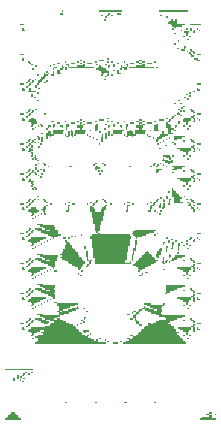
<source format=gto>
%MOIN*%
%OFA0B0*%
%FSLAX44Y44*%
%IPPOS*%
%LPD*%
%ADD10R,0.0024827599298879567X0.0049824563427053109*%
D10*
X00051308Y-00047525D02*
X00051805Y-00047525D01*
X00057813Y-00047525D02*
X00058310Y-00047525D01*
X00051357Y-00047475D02*
X00051755Y-00047475D01*
X00057862Y-00047475D02*
X00058161Y-00047475D01*
X00051407Y-00047425D02*
X00051705Y-00047425D01*
X00058160Y-00047425D02*
X00058111Y-00047425D01*
X00051457Y-00047375D02*
X00051656Y-00047375D01*
X00058061Y-00047375D02*
X00058012Y-00047375D01*
X00058309Y-00047375D02*
X00058310Y-00047375D01*
X00051506Y-00047325D02*
X00051606Y-00047325D01*
X00058160Y-00047325D02*
X00058111Y-00047325D01*
X00051556Y-00047276D02*
X00051556Y-00047276D01*
X00053294Y-00046977D02*
X00053344Y-00046977D01*
X00054287Y-00046977D02*
X00054337Y-00046977D01*
X00055280Y-00046977D02*
X00055330Y-00046977D01*
X00056273Y-00046977D02*
X00056323Y-00046977D01*
X00051904Y-00046279D02*
X00051854Y-00046279D01*
X00051606Y-00046229D02*
X00051556Y-00046229D01*
X00051804Y-00046229D02*
X00051805Y-00046229D01*
X00051606Y-00046179D02*
X00051556Y-00046179D01*
X00051755Y-00046179D02*
X00051705Y-00046179D01*
X00051953Y-00046179D02*
X00051904Y-00046179D01*
X00051755Y-00046130D02*
X00051705Y-00046130D01*
X00051854Y-00046130D02*
X00051805Y-00046130D01*
X00051755Y-00046080D02*
X00051705Y-00046080D01*
X00051904Y-00046080D02*
X00051854Y-00046080D01*
X00051904Y-00046030D02*
X00051954Y-00046030D01*
X00052102Y-00046030D02*
X00052053Y-00046030D01*
X00052003Y-00045980D02*
X00051954Y-00045980D01*
X00052202Y-00045980D02*
X00052152Y-00045980D01*
X00051308Y-00045881D02*
X00052202Y-00045881D01*
X00052301Y-00044984D02*
X00054635Y-00044984D01*
X00054883Y-00044984D02*
X00055032Y-00044984D01*
X00055230Y-00044984D02*
X00057316Y-00044984D01*
X00052350Y-00044934D02*
X00054387Y-00044934D01*
X00054734Y-00044934D02*
X00054685Y-00044934D01*
X00055181Y-00044934D02*
X00055132Y-00044934D01*
X00055330Y-00044934D02*
X00057267Y-00044934D01*
X00052400Y-00044884D02*
X00054238Y-00044884D01*
X00054386Y-00044884D02*
X00054337Y-00044884D01*
X00054635Y-00044884D02*
X00054635Y-00044884D01*
X00055429Y-00044884D02*
X00057217Y-00044884D01*
X00052251Y-00044834D02*
X00052202Y-00044834D01*
X00052400Y-00044834D02*
X00054138Y-00044834D01*
X00054486Y-00044834D02*
X00054436Y-00044834D01*
X00055429Y-00044834D02*
X00055380Y-00044834D01*
X00055528Y-00044834D02*
X00057167Y-00044834D01*
X00057415Y-00044834D02*
X00057366Y-00044834D01*
X00052301Y-00044784D02*
X00054039Y-00044784D01*
X00054188Y-00044784D02*
X00054188Y-00044784D01*
X00055578Y-00044784D02*
X00057118Y-00044784D01*
X00057316Y-00044784D02*
X00057316Y-00044784D01*
X00052202Y-00044735D02*
X00052152Y-00044735D01*
X00052400Y-00044735D02*
X00053940Y-00044735D01*
X00054088Y-00044735D02*
X00054039Y-00044735D01*
X00055479Y-00044735D02*
X00055529Y-00044735D01*
X00055677Y-00044735D02*
X00057068Y-00044735D01*
X00057266Y-00044735D02*
X00057217Y-00044735D01*
X00057465Y-00044735D02*
X00057416Y-00044735D01*
X00052202Y-00044685D02*
X00052252Y-00044685D01*
X00052549Y-00044685D02*
X00053841Y-00044685D01*
X00054138Y-00044685D02*
X00054138Y-00044685D01*
X00055727Y-00044685D02*
X00057018Y-00044685D01*
X00057366Y-00044685D02*
X00057316Y-00044685D01*
X00052152Y-00044635D02*
X00052351Y-00044635D01*
X00052499Y-00044635D02*
X00053791Y-00044635D01*
X00053939Y-00044635D02*
X00053990Y-00044635D01*
X00055777Y-00044635D02*
X00057068Y-00044635D01*
X00057316Y-00044635D02*
X00057366Y-00044635D01*
X00052053Y-00044585D02*
X00052450Y-00044585D01*
X00052599Y-00044585D02*
X00053741Y-00044585D01*
X00053890Y-00044585D02*
X00054089Y-00044585D01*
X00055826Y-00044585D02*
X00056969Y-00044585D01*
X00057217Y-00044585D02*
X00057416Y-00044585D01*
X00057614Y-00044585D02*
X00057565Y-00044585D01*
X00051854Y-00044535D02*
X00051954Y-00044535D01*
X00052102Y-00044535D02*
X00053692Y-00044535D01*
X00055876Y-00044535D02*
X00056969Y-00044535D01*
X00057117Y-00044535D02*
X00057465Y-00044535D01*
X00057614Y-00044535D02*
X00057565Y-00044535D01*
X00057713Y-00044535D02*
X00057763Y-00044535D01*
X00051904Y-00044485D02*
X00051854Y-00044485D01*
X00052152Y-00044485D02*
X00053642Y-00044485D01*
X00055926Y-00044485D02*
X00056919Y-00044485D01*
X00057068Y-00044485D02*
X00057465Y-00044485D01*
X00057614Y-00044485D02*
X00057565Y-00044485D01*
X00057713Y-00044485D02*
X00057714Y-00044485D01*
X00052003Y-00044436D02*
X00052053Y-00044436D01*
X00052648Y-00044436D02*
X00053592Y-00044436D01*
X00055975Y-00044436D02*
X00056919Y-00044436D01*
X00057515Y-00044436D02*
X00057565Y-00044436D01*
X00052102Y-00044386D02*
X00052053Y-00044386D01*
X00052797Y-00044386D02*
X00053543Y-00044386D01*
X00053691Y-00044386D02*
X00053692Y-00044386D01*
X00055826Y-00044386D02*
X00055777Y-00044386D01*
X00056075Y-00044386D02*
X00056820Y-00044386D01*
X00057614Y-00044386D02*
X00057565Y-00044386D01*
X00051804Y-00044336D02*
X00051904Y-00044336D01*
X00052152Y-00044336D02*
X00052103Y-00044336D01*
X00052599Y-00044336D02*
X00052698Y-00044336D01*
X00052847Y-00044336D02*
X00053394Y-00044336D01*
X00053840Y-00044336D02*
X00053791Y-00044336D01*
X00055727Y-00044336D02*
X00055678Y-00044336D01*
X00056124Y-00044336D02*
X00056075Y-00044336D01*
X00056224Y-00044336D02*
X00056721Y-00044336D01*
X00057713Y-00044336D02*
X00057813Y-00044336D01*
X00052053Y-00044286D02*
X00052003Y-00044286D01*
X00052202Y-00044286D02*
X00052152Y-00044286D01*
X00052499Y-00044286D02*
X00052748Y-00044286D01*
X00052946Y-00044286D02*
X00053294Y-00044286D01*
X00053939Y-00044286D02*
X00053890Y-00044286D01*
X00055727Y-00044286D02*
X00055678Y-00044286D01*
X00056323Y-00044286D02*
X00056770Y-00044286D01*
X00057614Y-00044286D02*
X00057565Y-00044286D01*
X00052102Y-00044236D02*
X00052053Y-00044236D01*
X00052251Y-00044236D02*
X00052202Y-00044236D01*
X00052400Y-00044236D02*
X00052649Y-00044236D01*
X00052797Y-00044236D02*
X00053195Y-00044236D01*
X00053890Y-00044236D02*
X00053841Y-00044236D01*
X00055628Y-00044236D02*
X00055678Y-00044236D01*
X00056422Y-00044236D02*
X00056919Y-00044236D01*
X00057266Y-00044236D02*
X00057217Y-00044236D01*
X00057564Y-00044236D02*
X00057515Y-00044236D01*
X00052152Y-00044187D02*
X00052103Y-00044187D01*
X00052301Y-00044187D02*
X00052500Y-00044187D01*
X00052648Y-00044187D02*
X00052897Y-00044187D01*
X00053046Y-00044187D02*
X00053096Y-00044187D01*
X00053939Y-00044187D02*
X00053940Y-00044187D01*
X00055528Y-00044187D02*
X00055479Y-00044187D01*
X00055628Y-00044187D02*
X00055628Y-00044187D01*
X00056522Y-00044187D02*
X00056522Y-00044187D01*
X00056670Y-00044187D02*
X00057018Y-00044187D01*
X00057316Y-00044187D02*
X00057316Y-00044187D01*
X00057515Y-00044187D02*
X00057465Y-00044187D01*
X00052350Y-00044137D02*
X00052351Y-00044137D01*
X00052549Y-00044137D02*
X00052996Y-00044137D01*
X00053989Y-00044137D02*
X00053940Y-00044137D01*
X00055628Y-00044137D02*
X00055578Y-00044137D01*
X00056621Y-00044137D02*
X00057167Y-00044137D01*
X00052450Y-00044087D02*
X00053096Y-00044087D01*
X00055628Y-00044087D02*
X00055578Y-00044087D01*
X00056422Y-00044087D02*
X00057267Y-00044087D01*
X00052350Y-00044037D02*
X00052549Y-00044037D01*
X00053095Y-00044037D02*
X00053245Y-00044037D01*
X00055429Y-00044037D02*
X00055380Y-00044037D01*
X00055677Y-00044037D02*
X00055628Y-00044037D01*
X00056323Y-00044037D02*
X00056522Y-00044037D01*
X00053095Y-00043987D02*
X00053394Y-00043987D01*
X00054088Y-00043987D02*
X00054089Y-00043987D01*
X00055528Y-00043987D02*
X00055529Y-00043987D01*
X00055727Y-00043987D02*
X00055678Y-00043987D01*
X00056174Y-00043987D02*
X00056472Y-00043987D01*
X00053095Y-00043937D02*
X00053046Y-00043937D01*
X00053195Y-00043937D02*
X00053493Y-00043937D01*
X00054039Y-00043937D02*
X00053990Y-00043937D01*
X00055628Y-00043937D02*
X00055578Y-00043937D01*
X00055777Y-00043937D02*
X00055727Y-00043937D01*
X00056075Y-00043937D02*
X00056522Y-00043937D01*
X00053095Y-00043888D02*
X00053195Y-00043888D01*
X00053393Y-00043888D02*
X00053642Y-00043888D01*
X00055826Y-00043888D02*
X00055777Y-00043888D01*
X00055975Y-00043888D02*
X00056224Y-00043888D01*
X00056373Y-00043888D02*
X00056522Y-00043888D01*
X00052251Y-00043838D02*
X00052202Y-00043838D01*
X00053095Y-00043838D02*
X00053344Y-00043838D01*
X00053542Y-00043838D02*
X00053741Y-00043838D01*
X00053939Y-00043838D02*
X00053890Y-00043838D01*
X00055876Y-00043838D02*
X00056075Y-00043838D01*
X00056224Y-00043838D02*
X00056472Y-00043838D01*
X00057415Y-00043838D02*
X00057366Y-00043838D01*
X00052301Y-00043788D02*
X00052301Y-00043788D01*
X00053095Y-00043788D02*
X00053443Y-00043788D01*
X00053691Y-00043788D02*
X00053692Y-00043788D01*
X00055926Y-00043788D02*
X00055926Y-00043788D01*
X00056124Y-00043788D02*
X00056522Y-00043788D01*
X00057316Y-00043788D02*
X00057316Y-00043788D01*
X00052202Y-00043738D02*
X00052152Y-00043738D01*
X00052400Y-00043738D02*
X00052401Y-00043738D01*
X00053046Y-00043738D02*
X00053592Y-00043738D01*
X00056025Y-00043738D02*
X00056572Y-00043738D01*
X00057266Y-00043738D02*
X00057217Y-00043738D01*
X00057465Y-00043738D02*
X00057416Y-00043738D01*
X00052202Y-00043688D02*
X00052252Y-00043688D01*
X00052499Y-00043688D02*
X00052500Y-00043688D01*
X00053046Y-00043688D02*
X00053692Y-00043688D01*
X00055926Y-00043688D02*
X00056125Y-00043688D01*
X00056621Y-00043688D02*
X00056572Y-00043688D01*
X00057366Y-00043688D02*
X00057316Y-00043688D01*
X00052152Y-00043638D02*
X00052351Y-00043638D01*
X00052599Y-00043638D02*
X00052599Y-00043638D01*
X00052996Y-00043638D02*
X00052947Y-00043638D01*
X00057316Y-00043638D02*
X00057366Y-00043638D01*
X00052053Y-00043589D02*
X00052450Y-00043589D01*
X00052698Y-00043589D02*
X00052698Y-00043589D01*
X00057217Y-00043589D02*
X00057416Y-00043589D01*
X00057614Y-00043589D02*
X00057565Y-00043589D01*
X00051854Y-00043539D02*
X00051954Y-00043539D01*
X00052102Y-00043539D02*
X00052549Y-00043539D01*
X00052797Y-00043539D02*
X00052798Y-00043539D01*
X00057117Y-00043539D02*
X00057465Y-00043539D01*
X00057614Y-00043539D02*
X00057565Y-00043539D01*
X00057713Y-00043539D02*
X00057763Y-00043539D01*
X00051904Y-00043489D02*
X00051854Y-00043489D01*
X00052152Y-00043489D02*
X00052649Y-00043489D01*
X00052897Y-00043489D02*
X00052947Y-00043489D01*
X00057018Y-00043489D02*
X00057465Y-00043489D01*
X00057614Y-00043489D02*
X00057565Y-00043489D01*
X00057713Y-00043489D02*
X00057714Y-00043489D01*
X00052003Y-00043439D02*
X00052053Y-00043439D01*
X00052847Y-00043439D02*
X00052947Y-00043439D01*
X00057515Y-00043439D02*
X00057565Y-00043439D01*
X00052102Y-00043389D02*
X00052053Y-00043389D01*
X00052748Y-00043389D02*
X00052947Y-00043389D01*
X00057614Y-00043389D02*
X00057565Y-00043389D01*
X00051804Y-00043339D02*
X00051904Y-00043339D01*
X00052152Y-00043339D02*
X00052103Y-00043339D01*
X00052599Y-00043339D02*
X00052897Y-00043339D01*
X00056670Y-00043339D02*
X00056621Y-00043339D01*
X00057713Y-00043339D02*
X00057813Y-00043339D01*
X00052053Y-00043290D02*
X00052003Y-00043290D01*
X00052202Y-00043290D02*
X00052152Y-00043290D01*
X00052499Y-00043290D02*
X00052947Y-00043290D01*
X00056670Y-00043290D02*
X00056770Y-00043290D01*
X00057614Y-00043290D02*
X00057565Y-00043290D01*
X00052102Y-00043240D02*
X00052053Y-00043240D01*
X00052251Y-00043240D02*
X00052202Y-00043240D01*
X00052400Y-00043240D02*
X00052649Y-00043240D01*
X00052797Y-00043240D02*
X00052947Y-00043240D01*
X00056670Y-00043240D02*
X00056919Y-00043240D01*
X00057266Y-00043240D02*
X00057217Y-00043240D01*
X00057564Y-00043240D02*
X00057515Y-00043240D01*
X00052152Y-00043190D02*
X00052103Y-00043190D01*
X00052301Y-00043190D02*
X00052500Y-00043190D01*
X00052648Y-00043190D02*
X00052897Y-00043190D01*
X00056670Y-00043190D02*
X00057018Y-00043190D01*
X00057316Y-00043190D02*
X00057316Y-00043190D01*
X00057515Y-00043190D02*
X00057465Y-00043190D01*
X00052350Y-00043140D02*
X00052351Y-00043140D01*
X00052549Y-00043140D02*
X00052947Y-00043140D01*
X00056670Y-00043140D02*
X00057167Y-00043140D01*
X00052450Y-00043090D02*
X00052947Y-00043090D01*
X00056670Y-00043090D02*
X00057267Y-00043090D01*
X00052350Y-00043041D02*
X00052549Y-00043041D01*
X00052251Y-00042841D02*
X00052202Y-00042841D01*
X00057415Y-00042841D02*
X00057366Y-00042841D01*
X00052301Y-00042791D02*
X00052301Y-00042791D01*
X00057316Y-00042791D02*
X00057316Y-00042791D01*
X00052202Y-00042742D02*
X00052152Y-00042742D01*
X00052400Y-00042742D02*
X00052401Y-00042742D01*
X00053840Y-00042742D02*
X00053791Y-00042742D01*
X00055826Y-00042742D02*
X00055777Y-00042742D01*
X00057266Y-00042742D02*
X00057217Y-00042742D01*
X00057465Y-00042742D02*
X00057416Y-00042742D01*
X00052202Y-00042692D02*
X00052252Y-00042692D01*
X00052499Y-00042692D02*
X00052500Y-00042692D01*
X00053741Y-00042692D02*
X00053741Y-00042692D01*
X00055876Y-00042692D02*
X00055876Y-00042692D01*
X00057366Y-00042692D02*
X00057316Y-00042692D01*
X00052152Y-00042642D02*
X00052351Y-00042642D01*
X00052599Y-00042642D02*
X00052599Y-00042642D01*
X00056025Y-00042642D02*
X00055976Y-00042642D01*
X00057316Y-00042642D02*
X00057366Y-00042642D01*
X00052053Y-00042592D02*
X00052450Y-00042592D01*
X00052698Y-00042592D02*
X00052698Y-00042592D01*
X00052996Y-00042592D02*
X00052947Y-00042592D01*
X00053890Y-00042592D02*
X00053841Y-00042592D01*
X00055777Y-00042592D02*
X00055727Y-00042592D01*
X00057217Y-00042592D02*
X00057416Y-00042592D01*
X00057614Y-00042592D02*
X00057565Y-00042592D01*
X00051854Y-00042542D02*
X00051954Y-00042542D01*
X00052102Y-00042542D02*
X00052549Y-00042542D01*
X00052797Y-00042542D02*
X00052798Y-00042542D01*
X00053790Y-00042542D02*
X00053741Y-00042542D01*
X00055777Y-00042542D02*
X00055827Y-00042542D01*
X00056621Y-00042542D02*
X00056572Y-00042542D01*
X00057117Y-00042542D02*
X00057465Y-00042542D01*
X00057614Y-00042542D02*
X00057614Y-00042542D01*
X00057763Y-00042542D02*
X00057763Y-00042542D01*
X00051904Y-00042492D02*
X00051854Y-00042492D01*
X00052152Y-00042492D02*
X00052649Y-00042492D01*
X00052897Y-00042492D02*
X00052897Y-00042492D01*
X00053741Y-00042492D02*
X00053791Y-00042492D01*
X00055727Y-00042492D02*
X00055926Y-00042492D01*
X00057018Y-00042492D02*
X00057465Y-00042492D01*
X00057614Y-00042492D02*
X00057565Y-00042492D01*
X00057713Y-00042492D02*
X00057714Y-00042492D01*
X00052003Y-00042443D02*
X00052053Y-00042443D01*
X00052847Y-00042443D02*
X00052947Y-00042443D01*
X00053642Y-00042443D02*
X00053841Y-00042443D01*
X00054039Y-00042443D02*
X00053990Y-00042443D01*
X00055677Y-00042443D02*
X00056025Y-00042443D01*
X00057515Y-00042443D02*
X00057565Y-00042443D01*
X00052102Y-00042393D02*
X00052053Y-00042393D01*
X00052748Y-00042393D02*
X00052947Y-00042393D01*
X00053542Y-00042393D02*
X00053890Y-00042393D01*
X00054088Y-00042393D02*
X00054039Y-00042393D01*
X00055578Y-00042393D02*
X00056125Y-00042393D01*
X00057614Y-00042393D02*
X00057565Y-00042393D01*
X00051804Y-00042343D02*
X00051904Y-00042343D01*
X00052152Y-00042343D02*
X00052103Y-00042343D01*
X00052599Y-00042343D02*
X00052947Y-00042343D01*
X00053443Y-00042343D02*
X00053940Y-00042343D01*
X00054088Y-00042343D02*
X00054138Y-00042343D01*
X00054287Y-00042343D02*
X00055479Y-00042343D01*
X00055628Y-00042343D02*
X00056224Y-00042343D01*
X00056621Y-00042343D02*
X00056572Y-00042343D01*
X00057713Y-00042343D02*
X00057813Y-00042343D01*
X00052053Y-00042293D02*
X00052003Y-00042293D01*
X00052202Y-00042293D02*
X00052152Y-00042293D01*
X00052499Y-00042293D02*
X00052947Y-00042293D01*
X00053393Y-00042293D02*
X00053940Y-00042293D01*
X00054088Y-00042293D02*
X00054138Y-00042293D01*
X00054287Y-00042293D02*
X00055281Y-00042293D01*
X00055479Y-00042293D02*
X00055479Y-00042293D01*
X00055677Y-00042293D02*
X00056323Y-00042293D01*
X00056571Y-00042293D02*
X00056522Y-00042293D01*
X00056670Y-00042293D02*
X00056621Y-00042293D01*
X00056770Y-00042293D02*
X00056770Y-00042293D01*
X00057614Y-00042293D02*
X00057565Y-00042293D01*
X00052102Y-00042243D02*
X00052053Y-00042243D01*
X00052251Y-00042243D02*
X00052202Y-00042243D01*
X00052400Y-00042243D02*
X00052649Y-00042243D01*
X00052797Y-00042243D02*
X00052996Y-00042243D01*
X00053294Y-00042243D02*
X00053890Y-00042243D01*
X00054088Y-00042243D02*
X00054039Y-00042243D01*
X00054188Y-00042243D02*
X00054138Y-00042243D01*
X00054287Y-00042243D02*
X00055281Y-00042243D01*
X00055528Y-00042243D02*
X00055529Y-00042243D01*
X00055727Y-00042243D02*
X00056373Y-00042243D01*
X00056571Y-00042243D02*
X00056572Y-00042243D01*
X00056720Y-00042243D02*
X00056671Y-00042243D01*
X00056819Y-00042243D02*
X00056919Y-00042243D01*
X00057266Y-00042243D02*
X00057217Y-00042243D01*
X00057564Y-00042243D02*
X00057515Y-00042243D01*
X00052152Y-00042194D02*
X00052103Y-00042194D01*
X00052301Y-00042194D02*
X00052500Y-00042194D01*
X00052648Y-00042194D02*
X00052996Y-00042194D01*
X00053195Y-00042194D02*
X00053841Y-00042194D01*
X00054039Y-00042194D02*
X00054039Y-00042194D01*
X00054287Y-00042194D02*
X00055330Y-00042194D01*
X00055528Y-00042194D02*
X00055529Y-00042194D01*
X00055777Y-00042194D02*
X00056274Y-00042194D01*
X00056422Y-00042194D02*
X00056423Y-00042194D01*
X00056571Y-00042194D02*
X00056572Y-00042194D01*
X00056720Y-00042194D02*
X00056721Y-00042194D01*
X00056869Y-00042194D02*
X00057018Y-00042194D01*
X00057316Y-00042194D02*
X00057316Y-00042194D01*
X00057515Y-00042194D02*
X00057465Y-00042194D01*
X00052350Y-00042144D02*
X00052351Y-00042144D01*
X00052549Y-00042144D02*
X00052996Y-00042144D01*
X00053145Y-00042144D02*
X00053791Y-00042144D01*
X00054039Y-00042144D02*
X00054039Y-00042144D01*
X00054237Y-00042144D02*
X00055330Y-00042144D01*
X00055528Y-00042144D02*
X00055529Y-00042144D01*
X00055826Y-00042144D02*
X00056224Y-00042144D01*
X00056373Y-00042144D02*
X00056423Y-00042144D01*
X00056571Y-00042144D02*
X00056572Y-00042144D01*
X00056770Y-00042144D02*
X00056770Y-00042144D01*
X00056919Y-00042144D02*
X00057167Y-00042144D01*
X00052450Y-00042094D02*
X00053046Y-00042094D01*
X00053195Y-00042094D02*
X00053741Y-00042094D01*
X00054039Y-00042094D02*
X00053990Y-00042094D01*
X00054237Y-00042094D02*
X00055330Y-00042094D01*
X00055528Y-00042094D02*
X00055529Y-00042094D01*
X00055876Y-00042094D02*
X00056174Y-00042094D01*
X00056323Y-00042094D02*
X00056423Y-00042094D01*
X00056621Y-00042094D02*
X00056621Y-00042094D01*
X00056770Y-00042094D02*
X00056820Y-00042094D01*
X00056968Y-00042094D02*
X00057267Y-00042094D01*
X00052350Y-00042044D02*
X00052549Y-00042044D01*
X00053145Y-00042044D02*
X00053692Y-00042044D01*
X00054039Y-00042044D02*
X00053990Y-00042044D01*
X00054237Y-00042044D02*
X00055330Y-00042044D01*
X00055578Y-00042044D02*
X00055529Y-00042044D01*
X00055926Y-00042044D02*
X00056125Y-00042044D01*
X00056323Y-00042044D02*
X00056472Y-00042044D01*
X00056621Y-00042044D02*
X00056621Y-00042044D01*
X00056770Y-00042044D02*
X00056770Y-00042044D01*
X00053195Y-00041994D02*
X00053692Y-00041994D01*
X00054039Y-00041994D02*
X00053990Y-00041994D01*
X00054237Y-00041994D02*
X00055330Y-00041994D01*
X00055578Y-00041994D02*
X00055578Y-00041994D01*
X00055975Y-00041994D02*
X00056075Y-00041994D01*
X00056373Y-00041994D02*
X00056472Y-00041994D01*
X00056621Y-00041994D02*
X00056621Y-00041994D01*
X00056819Y-00041994D02*
X00056820Y-00041994D01*
X00057068Y-00041994D02*
X00057018Y-00041994D01*
X00053244Y-00041944D02*
X00053642Y-00041944D01*
X00054039Y-00041944D02*
X00053990Y-00041944D01*
X00054237Y-00041944D02*
X00055380Y-00041944D01*
X00055578Y-00041944D02*
X00055578Y-00041944D01*
X00056025Y-00041944D02*
X00056025Y-00041944D01*
X00056373Y-00041944D02*
X00056472Y-00041944D01*
X00056670Y-00041944D02*
X00056671Y-00041944D01*
X00056819Y-00041944D02*
X00056820Y-00041944D01*
X00053244Y-00041895D02*
X00053592Y-00041895D01*
X00054237Y-00041895D02*
X00055380Y-00041895D01*
X00055628Y-00041895D02*
X00055578Y-00041895D01*
X00056422Y-00041895D02*
X00056522Y-00041895D01*
X00056670Y-00041895D02*
X00056671Y-00041895D01*
X00056819Y-00041895D02*
X00056820Y-00041895D01*
X00057068Y-00041895D02*
X00057068Y-00041895D01*
X00052251Y-00041845D02*
X00052202Y-00041845D01*
X00053294Y-00041845D02*
X00053543Y-00041845D01*
X00053989Y-00041845D02*
X00053940Y-00041845D01*
X00054237Y-00041845D02*
X00055380Y-00041845D01*
X00055628Y-00041845D02*
X00055578Y-00041845D01*
X00056472Y-00041845D02*
X00056522Y-00041845D01*
X00056670Y-00041845D02*
X00056671Y-00041845D01*
X00056869Y-00041845D02*
X00056820Y-00041845D01*
X00057068Y-00041845D02*
X00057068Y-00041845D01*
X00057415Y-00041845D02*
X00057366Y-00041845D01*
X00052301Y-00041795D02*
X00052301Y-00041795D01*
X00053294Y-00041795D02*
X00053493Y-00041795D01*
X00053989Y-00041795D02*
X00053940Y-00041795D01*
X00054188Y-00041795D02*
X00055380Y-00041795D01*
X00055628Y-00041795D02*
X00055628Y-00041795D01*
X00056522Y-00041795D02*
X00056522Y-00041795D01*
X00056720Y-00041795D02*
X00056671Y-00041795D01*
X00056869Y-00041795D02*
X00056870Y-00041795D01*
X00057068Y-00041795D02*
X00057068Y-00041795D01*
X00057316Y-00041795D02*
X00057316Y-00041795D01*
X00052202Y-00041745D02*
X00052152Y-00041745D01*
X00052400Y-00041745D02*
X00052401Y-00041745D01*
X00053294Y-00041745D02*
X00053493Y-00041745D01*
X00054188Y-00041745D02*
X00055430Y-00041745D01*
X00055628Y-00041745D02*
X00055628Y-00041745D01*
X00056522Y-00041745D02*
X00056522Y-00041745D01*
X00056720Y-00041745D02*
X00056721Y-00041745D01*
X00056869Y-00041745D02*
X00056870Y-00041745D01*
X00057117Y-00041745D02*
X00057068Y-00041745D01*
X00057266Y-00041745D02*
X00057217Y-00041745D01*
X00057465Y-00041745D02*
X00057416Y-00041745D01*
X00052202Y-00041695D02*
X00052252Y-00041695D01*
X00052499Y-00041695D02*
X00052500Y-00041695D01*
X00053344Y-00041695D02*
X00053443Y-00041695D01*
X00054188Y-00041695D02*
X00055430Y-00041695D01*
X00055677Y-00041695D02*
X00055628Y-00041695D01*
X00056571Y-00041695D02*
X00056572Y-00041695D01*
X00056720Y-00041695D02*
X00056721Y-00041695D01*
X00056919Y-00041695D02*
X00056870Y-00041695D01*
X00057117Y-00041695D02*
X00057068Y-00041695D01*
X00057366Y-00041695D02*
X00057316Y-00041695D01*
X00052152Y-00041645D02*
X00052351Y-00041645D01*
X00052599Y-00041645D02*
X00052599Y-00041645D01*
X00053344Y-00041645D02*
X00053394Y-00041645D01*
X00054188Y-00041645D02*
X00055430Y-00041645D01*
X00055677Y-00041645D02*
X00055628Y-00041645D01*
X00056621Y-00041645D02*
X00056572Y-00041645D01*
X00056770Y-00041645D02*
X00056721Y-00041645D01*
X00056919Y-00041645D02*
X00056870Y-00041645D01*
X00057217Y-00041645D02*
X00057167Y-00041645D01*
X00052053Y-00041596D02*
X00052450Y-00041596D01*
X00052698Y-00041596D02*
X00052698Y-00041596D01*
X00053294Y-00041596D02*
X00053344Y-00041596D01*
X00054188Y-00041596D02*
X00055430Y-00041596D01*
X00055677Y-00041596D02*
X00055628Y-00041596D01*
X00056770Y-00041596D02*
X00056721Y-00041596D01*
X00057018Y-00041596D02*
X00056969Y-00041596D01*
X00057366Y-00041596D02*
X00057316Y-00041596D01*
X00057614Y-00041596D02*
X00057565Y-00041596D01*
X00051854Y-00041546D02*
X00051954Y-00041546D01*
X00052102Y-00041546D02*
X00052549Y-00041546D01*
X00052797Y-00041546D02*
X00052798Y-00041546D01*
X00054188Y-00041546D02*
X00055430Y-00041546D01*
X00056869Y-00041546D02*
X00056820Y-00041546D01*
X00057465Y-00041546D02*
X00057416Y-00041546D01*
X00057614Y-00041546D02*
X00057614Y-00041546D01*
X00057763Y-00041546D02*
X00057763Y-00041546D01*
X00051904Y-00041496D02*
X00051854Y-00041496D01*
X00052152Y-00041496D02*
X00052649Y-00041496D01*
X00052897Y-00041496D02*
X00052897Y-00041496D01*
X00053294Y-00041496D02*
X00053245Y-00041496D01*
X00053393Y-00041496D02*
X00053443Y-00041496D01*
X00054138Y-00041496D02*
X00055479Y-00041496D01*
X00055677Y-00041496D02*
X00055678Y-00041496D01*
X00056720Y-00041496D02*
X00056671Y-00041496D01*
X00057515Y-00041496D02*
X00057465Y-00041496D01*
X00057713Y-00041496D02*
X00057714Y-00041496D01*
X00052003Y-00041446D02*
X00052053Y-00041446D01*
X00052847Y-00041446D02*
X00053046Y-00041446D01*
X00053542Y-00041446D02*
X00053493Y-00041446D01*
X00053642Y-00041446D02*
X00053642Y-00041446D01*
X00054138Y-00041446D02*
X00055479Y-00041446D01*
X00055628Y-00041446D02*
X00055827Y-00041446D01*
X00052102Y-00041396D02*
X00052053Y-00041396D01*
X00052748Y-00041396D02*
X00053145Y-00041396D01*
X00053840Y-00041396D02*
X00053841Y-00041396D01*
X00054188Y-00041396D02*
X00055430Y-00041396D01*
X00055578Y-00041396D02*
X00055976Y-00041396D01*
X00056323Y-00041396D02*
X00056274Y-00041396D01*
X00051804Y-00041347D02*
X00051904Y-00041347D01*
X00052152Y-00041347D02*
X00052103Y-00041347D01*
X00052599Y-00041347D02*
X00053046Y-00041347D01*
X00054436Y-00041347D02*
X00054387Y-00041347D01*
X00055528Y-00041347D02*
X00056075Y-00041347D01*
X00056373Y-00041347D02*
X00056373Y-00041347D01*
X00057713Y-00041347D02*
X00057813Y-00041347D01*
X00052053Y-00041297D02*
X00052003Y-00041297D01*
X00052202Y-00041297D02*
X00052152Y-00041297D01*
X00052499Y-00041297D02*
X00053046Y-00041297D01*
X00054337Y-00041297D02*
X00054387Y-00041297D01*
X00055578Y-00041297D02*
X00056224Y-00041297D01*
X00052102Y-00041247D02*
X00052053Y-00041247D01*
X00052251Y-00041247D02*
X00052202Y-00041247D01*
X00052400Y-00041247D02*
X00052649Y-00041247D01*
X00052797Y-00041247D02*
X00053046Y-00041247D01*
X00054287Y-00041247D02*
X00054436Y-00041247D01*
X00055628Y-00041247D02*
X00056323Y-00041247D01*
X00052152Y-00041197D02*
X00052103Y-00041197D01*
X00052301Y-00041197D02*
X00052500Y-00041197D01*
X00052648Y-00041197D02*
X00052947Y-00041197D01*
X00054287Y-00041197D02*
X00054436Y-00041197D01*
X00052350Y-00041147D02*
X00052351Y-00041147D01*
X00052549Y-00041147D02*
X00052947Y-00041147D01*
X00054287Y-00041147D02*
X00054436Y-00041147D01*
X00052450Y-00041097D02*
X00052897Y-00041097D01*
X00054287Y-00041097D02*
X00054436Y-00041097D01*
X00052350Y-00041048D02*
X00052549Y-00041048D01*
X00054287Y-00041048D02*
X00054486Y-00041048D01*
X00054237Y-00040998D02*
X00054486Y-00040998D01*
X00054237Y-00040948D02*
X00054486Y-00040948D01*
X00054237Y-00040898D02*
X00054536Y-00040898D01*
X00052251Y-00040848D02*
X00052202Y-00040848D01*
X00054237Y-00040848D02*
X00054536Y-00040848D01*
X00052301Y-00040798D02*
X00052301Y-00040798D01*
X00054188Y-00040798D02*
X00054536Y-00040798D01*
X00052202Y-00040749D02*
X00052152Y-00040749D01*
X00052400Y-00040749D02*
X00052401Y-00040749D01*
X00054188Y-00040749D02*
X00054585Y-00040749D01*
X00052202Y-00040699D02*
X00052252Y-00040699D01*
X00052499Y-00040699D02*
X00052500Y-00040699D01*
X00052648Y-00040699D02*
X00052599Y-00040699D01*
X00054188Y-00040699D02*
X00054585Y-00040699D01*
X00056472Y-00040699D02*
X00056423Y-00040699D01*
X00052152Y-00040649D02*
X00052351Y-00040649D01*
X00052599Y-00040649D02*
X00052599Y-00040649D01*
X00054188Y-00040649D02*
X00054585Y-00040649D01*
X00056373Y-00040649D02*
X00056373Y-00040649D01*
X00052053Y-00040599D02*
X00052401Y-00040599D01*
X00052549Y-00040599D02*
X00052599Y-00040599D01*
X00053393Y-00040599D02*
X00053344Y-00040599D01*
X00054138Y-00040599D02*
X00054287Y-00040599D01*
X00054486Y-00040599D02*
X00054585Y-00040599D01*
X00055379Y-00040599D02*
X00055330Y-00040599D01*
X00056124Y-00040599D02*
X00056075Y-00040599D01*
X00056323Y-00040599D02*
X00056274Y-00040599D01*
X00056522Y-00040599D02*
X00056472Y-00040599D01*
X00057614Y-00040599D02*
X00057565Y-00040599D01*
X00051854Y-00040549D02*
X00051954Y-00040549D01*
X00052102Y-00040549D02*
X00052351Y-00040549D01*
X00052499Y-00040549D02*
X00052649Y-00040549D01*
X00053393Y-00040549D02*
X00053394Y-00040549D01*
X00054138Y-00040549D02*
X00054287Y-00040549D01*
X00054486Y-00040549D02*
X00054635Y-00040549D01*
X00055379Y-00040549D02*
X00055380Y-00040549D01*
X00056124Y-00040549D02*
X00056125Y-00040549D01*
X00056422Y-00040549D02*
X00056423Y-00040549D01*
X00057564Y-00040549D02*
X00057614Y-00040549D01*
X00057763Y-00040549D02*
X00057763Y-00040549D01*
X00051904Y-00040499D02*
X00051854Y-00040499D01*
X00052152Y-00040499D02*
X00052301Y-00040499D01*
X00052549Y-00040499D02*
X00052649Y-00040499D01*
X00053393Y-00040499D02*
X00053394Y-00040499D01*
X00054138Y-00040499D02*
X00054238Y-00040499D01*
X00054535Y-00040499D02*
X00054635Y-00040499D01*
X00055379Y-00040499D02*
X00055380Y-00040499D01*
X00056124Y-00040499D02*
X00056174Y-00040499D01*
X00056323Y-00040499D02*
X00056323Y-00040499D01*
X00056571Y-00040499D02*
X00056522Y-00040499D01*
X00057564Y-00040499D02*
X00057515Y-00040499D01*
X00057713Y-00040499D02*
X00057714Y-00040499D01*
X00052003Y-00040450D02*
X00052053Y-00040450D01*
X00052599Y-00040450D02*
X00052649Y-00040450D01*
X00053393Y-00040450D02*
X00053394Y-00040450D01*
X00054138Y-00040450D02*
X00054188Y-00040450D01*
X00054585Y-00040450D02*
X00054635Y-00040450D01*
X00055379Y-00040450D02*
X00055380Y-00040450D01*
X00056124Y-00040450D02*
X00056174Y-00040450D01*
X00056472Y-00040450D02*
X00056423Y-00040450D01*
X00056621Y-00040450D02*
X00056572Y-00040450D01*
X00057515Y-00040450D02*
X00057515Y-00040450D01*
X00052102Y-00040400D02*
X00052053Y-00040400D01*
X00052698Y-00040400D02*
X00052649Y-00040400D01*
X00053443Y-00040400D02*
X00053394Y-00040400D01*
X00054237Y-00040400D02*
X00054188Y-00040400D01*
X00054684Y-00040400D02*
X00054635Y-00040400D01*
X00055429Y-00040400D02*
X00055380Y-00040400D01*
X00056224Y-00040400D02*
X00056174Y-00040400D01*
X00056422Y-00040400D02*
X00056472Y-00040400D01*
X00056621Y-00040400D02*
X00056572Y-00040400D01*
X00057415Y-00040400D02*
X00057465Y-00040400D01*
X00057614Y-00040400D02*
X00057565Y-00040400D01*
X00051804Y-00040350D02*
X00051904Y-00040350D01*
X00052152Y-00040350D02*
X00052103Y-00040350D01*
X00052797Y-00040350D02*
X00052847Y-00040350D01*
X00053294Y-00040350D02*
X00053294Y-00040350D01*
X00053542Y-00040350D02*
X00053592Y-00040350D01*
X00054039Y-00040350D02*
X00054039Y-00040350D01*
X00054287Y-00040350D02*
X00054238Y-00040350D01*
X00054784Y-00040350D02*
X00054834Y-00040350D01*
X00055280Y-00040350D02*
X00055281Y-00040350D01*
X00055528Y-00040350D02*
X00055578Y-00040350D01*
X00056025Y-00040350D02*
X00056025Y-00040350D01*
X00056273Y-00040350D02*
X00056224Y-00040350D01*
X00056472Y-00040350D02*
X00056472Y-00040350D01*
X00056621Y-00040350D02*
X00056572Y-00040350D01*
X00056770Y-00040350D02*
X00056721Y-00040350D01*
X00057316Y-00040350D02*
X00057316Y-00040350D01*
X00057465Y-00040350D02*
X00057416Y-00040350D01*
X00057713Y-00040350D02*
X00057813Y-00040350D01*
X00052053Y-00040300D02*
X00052003Y-00040300D01*
X00052202Y-00040300D02*
X00052152Y-00040300D01*
X00052698Y-00040300D02*
X00052649Y-00040300D01*
X00053443Y-00040300D02*
X00053394Y-00040300D01*
X00054188Y-00040300D02*
X00054138Y-00040300D01*
X00054337Y-00040300D02*
X00054287Y-00040300D01*
X00054684Y-00040300D02*
X00054635Y-00040300D01*
X00055429Y-00040300D02*
X00055380Y-00040300D01*
X00056174Y-00040300D02*
X00056125Y-00040300D01*
X00056323Y-00040300D02*
X00056274Y-00040300D01*
X00056621Y-00040300D02*
X00056621Y-00040300D01*
X00056770Y-00040300D02*
X00056770Y-00040300D01*
X00056919Y-00040300D02*
X00057217Y-00040300D01*
X00057415Y-00040300D02*
X00057366Y-00040300D01*
X00057614Y-00040300D02*
X00057565Y-00040300D01*
X00052102Y-00040250D02*
X00052053Y-00040250D01*
X00052251Y-00040250D02*
X00052202Y-00040250D01*
X00052648Y-00040250D02*
X00052599Y-00040250D01*
X00054386Y-00040250D02*
X00054337Y-00040250D01*
X00054635Y-00040250D02*
X00054585Y-00040250D01*
X00056373Y-00040250D02*
X00056323Y-00040250D01*
X00056571Y-00040250D02*
X00056621Y-00040250D01*
X00056770Y-00040250D02*
X00056770Y-00040250D01*
X00056919Y-00040250D02*
X00057118Y-00040250D01*
X00057564Y-00040250D02*
X00057515Y-00040250D01*
X00052152Y-00040201D02*
X00052103Y-00040201D01*
X00052301Y-00040201D02*
X00052252Y-00040201D01*
X00052400Y-00040201D02*
X00052401Y-00040201D01*
X00052599Y-00040201D02*
X00052549Y-00040201D01*
X00054585Y-00040201D02*
X00054536Y-00040201D01*
X00056422Y-00040201D02*
X00056373Y-00040201D01*
X00056571Y-00040201D02*
X00056572Y-00040201D01*
X00056819Y-00040201D02*
X00056770Y-00040201D01*
X00056919Y-00040201D02*
X00057118Y-00040201D01*
X00057366Y-00040201D02*
X00057316Y-00040201D01*
X00057515Y-00040201D02*
X00057465Y-00040201D01*
X00056472Y-00040151D02*
X00056522Y-00040151D01*
X00056720Y-00040151D02*
X00056671Y-00040151D01*
X00056919Y-00040151D02*
X00057167Y-00040151D01*
X00052400Y-00040101D02*
X00052351Y-00040101D01*
X00056720Y-00040101D02*
X00056671Y-00040101D01*
X00056869Y-00040101D02*
X00057118Y-00040101D01*
X00057266Y-00040101D02*
X00057267Y-00040101D01*
X00056869Y-00040051D02*
X00057068Y-00040051D01*
X00056869Y-00040001D02*
X00057018Y-00040001D01*
X00056770Y-00039951D02*
X00056721Y-00039951D01*
X00056869Y-00039951D02*
X00056969Y-00039951D01*
X00056869Y-00039902D02*
X00056919Y-00039902D01*
X00052251Y-00039852D02*
X00052202Y-00039852D01*
X00052350Y-00039852D02*
X00052301Y-00039852D01*
X00056869Y-00039852D02*
X00056870Y-00039852D01*
X00057415Y-00039852D02*
X00057366Y-00039852D01*
X00052301Y-00039802D02*
X00052252Y-00039802D01*
X00057316Y-00039802D02*
X00057316Y-00039802D01*
X00052202Y-00039752D02*
X00052152Y-00039752D01*
X00057266Y-00039752D02*
X00057217Y-00039752D01*
X00057465Y-00039752D02*
X00057416Y-00039752D01*
X00052202Y-00039702D02*
X00052252Y-00039702D01*
X00057366Y-00039702D02*
X00057316Y-00039702D01*
X00052152Y-00039652D02*
X00052202Y-00039652D01*
X00057316Y-00039652D02*
X00057366Y-00039652D01*
X00052053Y-00039603D02*
X00052252Y-00039603D01*
X00057217Y-00039603D02*
X00057416Y-00039603D01*
X00057614Y-00039603D02*
X00057565Y-00039603D01*
X00051854Y-00039553D02*
X00051954Y-00039553D01*
X00052102Y-00039553D02*
X00052152Y-00039553D01*
X00057117Y-00039553D02*
X00057465Y-00039553D01*
X00057614Y-00039553D02*
X00057614Y-00039553D01*
X00057763Y-00039553D02*
X00057763Y-00039553D01*
X00051904Y-00039503D02*
X00051854Y-00039503D01*
X00052152Y-00039503D02*
X00052152Y-00039503D01*
X00057018Y-00039503D02*
X00057465Y-00039503D01*
X00057614Y-00039503D02*
X00057565Y-00039503D01*
X00057713Y-00039503D02*
X00057714Y-00039503D01*
X00052003Y-00039453D02*
X00052053Y-00039453D01*
X00052499Y-00039453D02*
X00052450Y-00039453D01*
X00057515Y-00039453D02*
X00057565Y-00039453D01*
X00052102Y-00039403D02*
X00052053Y-00039403D01*
X00052400Y-00039403D02*
X00052401Y-00039403D01*
X00057614Y-00039403D02*
X00057565Y-00039403D01*
X00051804Y-00039354D02*
X00051904Y-00039354D01*
X00052152Y-00039354D02*
X00052103Y-00039354D01*
X00052350Y-00039354D02*
X00052301Y-00039354D01*
X00052549Y-00039354D02*
X00052500Y-00039354D01*
X00054486Y-00039354D02*
X00054436Y-00039354D01*
X00057713Y-00039354D02*
X00057813Y-00039354D01*
X00052053Y-00039304D02*
X00052003Y-00039304D01*
X00052202Y-00039304D02*
X00052152Y-00039304D01*
X00052301Y-00039304D02*
X00052252Y-00039304D01*
X00052450Y-00039304D02*
X00052450Y-00039304D01*
X00054386Y-00039304D02*
X00054387Y-00039304D01*
X00056373Y-00039304D02*
X00056323Y-00039304D01*
X00056919Y-00039304D02*
X00056870Y-00039304D01*
X00057614Y-00039304D02*
X00057565Y-00039304D01*
X00052102Y-00039254D02*
X00052053Y-00039254D01*
X00052251Y-00039254D02*
X00052202Y-00039254D01*
X00052400Y-00039254D02*
X00052351Y-00039254D01*
X00052599Y-00039254D02*
X00052549Y-00039254D01*
X00054436Y-00039254D02*
X00054387Y-00039254D01*
X00054535Y-00039254D02*
X00054486Y-00039254D01*
X00056323Y-00039254D02*
X00056423Y-00039254D01*
X00056919Y-00039254D02*
X00056919Y-00039254D01*
X00057266Y-00039254D02*
X00057217Y-00039254D01*
X00057564Y-00039254D02*
X00057515Y-00039254D01*
X00052152Y-00039204D02*
X00052103Y-00039204D01*
X00052301Y-00039204D02*
X00052351Y-00039204D01*
X00052499Y-00039204D02*
X00052450Y-00039204D01*
X00052599Y-00039204D02*
X00052549Y-00039204D01*
X00054337Y-00039204D02*
X00054287Y-00039204D01*
X00056323Y-00039204D02*
X00056522Y-00039204D01*
X00056869Y-00039204D02*
X00057018Y-00039204D01*
X00057316Y-00039204D02*
X00057316Y-00039204D01*
X00057515Y-00039204D02*
X00057465Y-00039204D01*
X00052350Y-00039154D02*
X00052301Y-00039154D01*
X00054287Y-00039154D02*
X00054436Y-00039154D01*
X00056919Y-00039154D02*
X00057167Y-00039154D01*
X00052748Y-00039104D02*
X00052748Y-00039104D01*
X00053493Y-00039104D02*
X00053443Y-00039104D01*
X00054386Y-00039104D02*
X00054337Y-00039104D01*
X00055429Y-00039104D02*
X00055479Y-00039104D01*
X00056174Y-00039104D02*
X00056125Y-00039104D01*
X00056373Y-00039104D02*
X00056323Y-00039104D01*
X00056670Y-00039104D02*
X00056671Y-00039104D01*
X00056869Y-00039104D02*
X00057267Y-00039104D01*
X00052350Y-00039055D02*
X00052301Y-00039055D01*
X00052648Y-00039055D02*
X00052599Y-00039055D01*
X00054287Y-00039055D02*
X00054238Y-00039055D01*
X00054635Y-00039055D02*
X00054585Y-00039055D01*
X00056273Y-00039055D02*
X00056224Y-00039055D01*
X00056422Y-00039055D02*
X00056373Y-00039055D01*
X00056571Y-00039055D02*
X00056572Y-00039055D01*
X00056819Y-00039055D02*
X00056820Y-00039055D01*
X00052400Y-00039005D02*
X00052401Y-00039005D01*
X00052599Y-00039005D02*
X00052549Y-00039005D01*
X00054337Y-00039005D02*
X00054287Y-00039005D01*
X00054585Y-00039005D02*
X00054536Y-00039005D01*
X00056323Y-00039005D02*
X00056274Y-00039005D01*
X00056472Y-00039005D02*
X00056472Y-00039005D01*
X00056720Y-00039005D02*
X00056770Y-00039005D01*
X00056621Y-00038955D02*
X00056870Y-00038955D01*
X00052400Y-00038905D02*
X00052351Y-00038905D01*
X00056522Y-00038905D02*
X00056721Y-00038905D01*
X00056869Y-00038905D02*
X00056820Y-00038905D01*
X00052251Y-00038855D02*
X00052202Y-00038855D01*
X00052350Y-00038855D02*
X00052301Y-00038855D01*
X00056571Y-00038855D02*
X00056572Y-00038855D01*
X00056770Y-00038855D02*
X00056820Y-00038855D01*
X00057415Y-00038855D02*
X00057366Y-00038855D01*
X00052301Y-00038805D02*
X00052252Y-00038805D01*
X00056670Y-00038805D02*
X00056820Y-00038805D01*
X00057316Y-00038805D02*
X00057316Y-00038805D01*
X00052202Y-00038756D02*
X00052152Y-00038756D01*
X00052301Y-00038756D02*
X00052301Y-00038756D01*
X00056571Y-00038756D02*
X00056770Y-00038756D01*
X00056919Y-00038756D02*
X00056870Y-00038756D01*
X00057266Y-00038756D02*
X00057217Y-00038756D01*
X00057465Y-00038756D02*
X00057416Y-00038756D01*
X00052202Y-00038706D02*
X00052202Y-00038706D01*
X00057366Y-00038706D02*
X00057316Y-00038706D01*
X00052152Y-00038656D02*
X00052202Y-00038656D01*
X00057316Y-00038656D02*
X00057366Y-00038656D01*
X00052053Y-00038606D02*
X00052152Y-00038606D01*
X00057217Y-00038606D02*
X00057416Y-00038606D01*
X00057614Y-00038606D02*
X00057565Y-00038606D01*
X00051854Y-00038556D02*
X00051954Y-00038556D01*
X00052102Y-00038556D02*
X00052202Y-00038556D01*
X00057117Y-00038556D02*
X00057465Y-00038556D01*
X00057614Y-00038556D02*
X00057614Y-00038556D01*
X00057763Y-00038556D02*
X00057763Y-00038556D01*
X00051904Y-00038507D02*
X00051854Y-00038507D01*
X00052152Y-00038507D02*
X00052103Y-00038507D01*
X00056472Y-00038507D02*
X00056423Y-00038507D01*
X00057018Y-00038507D02*
X00057465Y-00038507D01*
X00057614Y-00038507D02*
X00057565Y-00038507D01*
X00057713Y-00038507D02*
X00057714Y-00038507D01*
X00052003Y-00038457D02*
X00052053Y-00038457D01*
X00052202Y-00038457D02*
X00052152Y-00038457D01*
X00052450Y-00038457D02*
X00052401Y-00038457D01*
X00056522Y-00038457D02*
X00056522Y-00038457D01*
X00057515Y-00038457D02*
X00057565Y-00038457D01*
X00052102Y-00038407D02*
X00052053Y-00038407D01*
X00052202Y-00038407D02*
X00052152Y-00038407D01*
X00052350Y-00038407D02*
X00052351Y-00038407D01*
X00056670Y-00038407D02*
X00056621Y-00038407D01*
X00057614Y-00038407D02*
X00057565Y-00038407D01*
X00051804Y-00038357D02*
X00051904Y-00038357D01*
X00052152Y-00038357D02*
X00052103Y-00038357D01*
X00052499Y-00038357D02*
X00052450Y-00038357D01*
X00054436Y-00038357D02*
X00054436Y-00038357D01*
X00056422Y-00038357D02*
X00056373Y-00038357D01*
X00056968Y-00038357D02*
X00056919Y-00038357D01*
X00057713Y-00038357D02*
X00057813Y-00038357D01*
X00052053Y-00038307D02*
X00052003Y-00038307D01*
X00052202Y-00038307D02*
X00052152Y-00038307D01*
X00052301Y-00038307D02*
X00052252Y-00038307D01*
X00052400Y-00038307D02*
X00052401Y-00038307D01*
X00056472Y-00038307D02*
X00056472Y-00038307D01*
X00056919Y-00038307D02*
X00056870Y-00038307D01*
X00057614Y-00038307D02*
X00057565Y-00038307D01*
X00052102Y-00038257D02*
X00052053Y-00038257D01*
X00052251Y-00038257D02*
X00052202Y-00038257D01*
X00052549Y-00038257D02*
X00052500Y-00038257D01*
X00054386Y-00038257D02*
X00054387Y-00038257D01*
X00054535Y-00038257D02*
X00054486Y-00038257D01*
X00056373Y-00038257D02*
X00056323Y-00038257D01*
X00056571Y-00038257D02*
X00056572Y-00038257D01*
X00056919Y-00038257D02*
X00056919Y-00038257D01*
X00057266Y-00038257D02*
X00057217Y-00038257D01*
X00057564Y-00038257D02*
X00057515Y-00038257D01*
X00052152Y-00038208D02*
X00052103Y-00038208D01*
X00052301Y-00038208D02*
X00052252Y-00038208D01*
X00052450Y-00038208D02*
X00052401Y-00038208D01*
X00052549Y-00038208D02*
X00052500Y-00038208D01*
X00054337Y-00038208D02*
X00054387Y-00038208D01*
X00054535Y-00038208D02*
X00054486Y-00038208D01*
X00056323Y-00038208D02*
X00056423Y-00038208D01*
X00056670Y-00038208D02*
X00056671Y-00038208D01*
X00056919Y-00038208D02*
X00057018Y-00038208D01*
X00057316Y-00038208D02*
X00057316Y-00038208D01*
X00057515Y-00038208D02*
X00057465Y-00038208D01*
X00052450Y-00038158D02*
X00052401Y-00038158D01*
X00052549Y-00038158D02*
X00052500Y-00038158D01*
X00052698Y-00038158D02*
X00052649Y-00038158D01*
X00054237Y-00038158D02*
X00054238Y-00038158D01*
X00054386Y-00038158D02*
X00054387Y-00038158D01*
X00054535Y-00038158D02*
X00054486Y-00038158D01*
X00054684Y-00038158D02*
X00054635Y-00038158D01*
X00056224Y-00038158D02*
X00056224Y-00038158D01*
X00056373Y-00038158D02*
X00056522Y-00038158D01*
X00056770Y-00038158D02*
X00056770Y-00038158D01*
X00056919Y-00038158D02*
X00057167Y-00038158D01*
X00052350Y-00038108D02*
X00052401Y-00038108D01*
X00052549Y-00038108D02*
X00052549Y-00038108D01*
X00052698Y-00038108D02*
X00052649Y-00038108D01*
X00052797Y-00038108D02*
X00052798Y-00038108D01*
X00053344Y-00038108D02*
X00053394Y-00038108D01*
X00053542Y-00038108D02*
X00053543Y-00038108D01*
X00054088Y-00038108D02*
X00054138Y-00038108D01*
X00054535Y-00038108D02*
X00054536Y-00038108D01*
X00054684Y-00038108D02*
X00054635Y-00038108D01*
X00054784Y-00038108D02*
X00054784Y-00038108D01*
X00055330Y-00038108D02*
X00055380Y-00038108D01*
X00055528Y-00038108D02*
X00055529Y-00038108D01*
X00056075Y-00038108D02*
X00056125Y-00038108D01*
X00056422Y-00038108D02*
X00056621Y-00038108D01*
X00056919Y-00038108D02*
X00057267Y-00038108D01*
X00052549Y-00038058D02*
X00052549Y-00038058D01*
X00052698Y-00038058D02*
X00052649Y-00038058D01*
X00052797Y-00038058D02*
X00052748Y-00038058D01*
X00052897Y-00038058D02*
X00052847Y-00038058D01*
X00053294Y-00038058D02*
X00053294Y-00038058D01*
X00053443Y-00038058D02*
X00053394Y-00038058D01*
X00053542Y-00038058D02*
X00053493Y-00038058D01*
X00053642Y-00038058D02*
X00053592Y-00038058D01*
X00054039Y-00038058D02*
X00054039Y-00038058D01*
X00054535Y-00038058D02*
X00054536Y-00038058D01*
X00054684Y-00038058D02*
X00054635Y-00038058D01*
X00054784Y-00038058D02*
X00054734Y-00038058D01*
X00054883Y-00038058D02*
X00054834Y-00038058D01*
X00055280Y-00038058D02*
X00055281Y-00038058D01*
X00055429Y-00038058D02*
X00055380Y-00038058D01*
X00055528Y-00038058D02*
X00055479Y-00038058D01*
X00055628Y-00038058D02*
X00055578Y-00038058D01*
X00056025Y-00038058D02*
X00056025Y-00038058D01*
X00056472Y-00038058D02*
X00056721Y-00038058D01*
X00052549Y-00038008D02*
X00052500Y-00038008D01*
X00052698Y-00038008D02*
X00052649Y-00038008D01*
X00052797Y-00038008D02*
X00052748Y-00038008D01*
X00052897Y-00038008D02*
X00053195Y-00038008D01*
X00053443Y-00038008D02*
X00053394Y-00038008D01*
X00053542Y-00038008D02*
X00053493Y-00038008D01*
X00053642Y-00038008D02*
X00053940Y-00038008D01*
X00054486Y-00038008D02*
X00054486Y-00038008D01*
X00054684Y-00038008D02*
X00054635Y-00038008D01*
X00054784Y-00038008D02*
X00054734Y-00038008D01*
X00054883Y-00038008D02*
X00055181Y-00038008D01*
X00055429Y-00038008D02*
X00055380Y-00038008D01*
X00055528Y-00038008D02*
X00055479Y-00038008D01*
X00055628Y-00038008D02*
X00055926Y-00038008D01*
X00056522Y-00038008D02*
X00056572Y-00038008D01*
X00056720Y-00038008D02*
X00056870Y-00038008D01*
X00052797Y-00037958D02*
X00052748Y-00037958D01*
X00052897Y-00037958D02*
X00053195Y-00037958D01*
X00053443Y-00037958D02*
X00053394Y-00037958D01*
X00053542Y-00037958D02*
X00053493Y-00037958D01*
X00053642Y-00037958D02*
X00053940Y-00037958D01*
X00054486Y-00037958D02*
X00054436Y-00037958D01*
X00054784Y-00037958D02*
X00054734Y-00037958D01*
X00054883Y-00037958D02*
X00055181Y-00037958D01*
X00055429Y-00037958D02*
X00055380Y-00037958D01*
X00055528Y-00037958D02*
X00055479Y-00037958D01*
X00055628Y-00037958D02*
X00055926Y-00037958D01*
X00056522Y-00037958D02*
X00056572Y-00037958D01*
X00056720Y-00037958D02*
X00056820Y-00037958D01*
X00052897Y-00037909D02*
X00053245Y-00037909D01*
X00053493Y-00037909D02*
X00053493Y-00037909D01*
X00053642Y-00037909D02*
X00053990Y-00037909D01*
X00054138Y-00037909D02*
X00054138Y-00037909D01*
X00054287Y-00037909D02*
X00054337Y-00037909D01*
X00054883Y-00037909D02*
X00055231Y-00037909D01*
X00055479Y-00037909D02*
X00055479Y-00037909D01*
X00055628Y-00037909D02*
X00055976Y-00037909D01*
X00056124Y-00037909D02*
X00056125Y-00037909D01*
X00056273Y-00037909D02*
X00056423Y-00037909D01*
X00056720Y-00037909D02*
X00056820Y-00037909D01*
X00056968Y-00037909D02*
X00056919Y-00037909D01*
X00052251Y-00037859D02*
X00052202Y-00037859D01*
X00052698Y-00037859D02*
X00052649Y-00037859D01*
X00053344Y-00037859D02*
X00053344Y-00037859D01*
X00053790Y-00037859D02*
X00053841Y-00037859D01*
X00054287Y-00037859D02*
X00054387Y-00037859D01*
X00054635Y-00037859D02*
X00054585Y-00037859D01*
X00055330Y-00037859D02*
X00055330Y-00037859D01*
X00055777Y-00037859D02*
X00055827Y-00037859D01*
X00056273Y-00037859D02*
X00056373Y-00037859D01*
X00056720Y-00037859D02*
X00056919Y-00037859D01*
X00057415Y-00037859D02*
X00057366Y-00037859D01*
X00052301Y-00037809D02*
X00052301Y-00037809D01*
X00052748Y-00037809D02*
X00052748Y-00037809D01*
X00052897Y-00037809D02*
X00052897Y-00037809D01*
X00053195Y-00037809D02*
X00053195Y-00037809D01*
X00053344Y-00037809D02*
X00053344Y-00037809D01*
X00053691Y-00037809D02*
X00053890Y-00037809D01*
X00054287Y-00037809D02*
X00054387Y-00037809D01*
X00054734Y-00037809D02*
X00054734Y-00037809D01*
X00054883Y-00037809D02*
X00054883Y-00037809D01*
X00055181Y-00037809D02*
X00055181Y-00037809D01*
X00055330Y-00037809D02*
X00055330Y-00037809D01*
X00055677Y-00037809D02*
X00055876Y-00037809D01*
X00056273Y-00037809D02*
X00056373Y-00037809D01*
X00056670Y-00037809D02*
X00056820Y-00037809D01*
X00056968Y-00037809D02*
X00056969Y-00037809D01*
X00057316Y-00037809D02*
X00057316Y-00037809D01*
X00052202Y-00037759D02*
X00052152Y-00037759D01*
X00052400Y-00037759D02*
X00052401Y-00037759D01*
X00052549Y-00037759D02*
X00052500Y-00037759D01*
X00052797Y-00037759D02*
X00052748Y-00037759D01*
X00052946Y-00037759D02*
X00052897Y-00037759D01*
X00053195Y-00037759D02*
X00053145Y-00037759D01*
X00053393Y-00037759D02*
X00053344Y-00037759D01*
X00053691Y-00037759D02*
X00053890Y-00037759D01*
X00054287Y-00037759D02*
X00054387Y-00037759D01*
X00054784Y-00037759D02*
X00054734Y-00037759D01*
X00054933Y-00037759D02*
X00054883Y-00037759D01*
X00055181Y-00037759D02*
X00055132Y-00037759D01*
X00055379Y-00037759D02*
X00055330Y-00037759D01*
X00055677Y-00037759D02*
X00055876Y-00037759D01*
X00056273Y-00037759D02*
X00056373Y-00037759D01*
X00056670Y-00037759D02*
X00056820Y-00037759D01*
X00057018Y-00037759D02*
X00056969Y-00037759D01*
X00057266Y-00037759D02*
X00057217Y-00037759D01*
X00057465Y-00037759D02*
X00057416Y-00037759D01*
X00052202Y-00037709D02*
X00052252Y-00037709D01*
X00052499Y-00037709D02*
X00052450Y-00037709D01*
X00052946Y-00037709D02*
X00052897Y-00037709D01*
X00053393Y-00037709D02*
X00053344Y-00037709D01*
X00053790Y-00037709D02*
X00053791Y-00037709D01*
X00053939Y-00037709D02*
X00053890Y-00037709D01*
X00054386Y-00037709D02*
X00054337Y-00037709D01*
X00054684Y-00037709D02*
X00054635Y-00037709D01*
X00054933Y-00037709D02*
X00054883Y-00037709D01*
X00055379Y-00037709D02*
X00055330Y-00037709D01*
X00055777Y-00037709D02*
X00055777Y-00037709D01*
X00055926Y-00037709D02*
X00055876Y-00037709D01*
X00056373Y-00037709D02*
X00056323Y-00037709D01*
X00056670Y-00037709D02*
X00056770Y-00037709D01*
X00057366Y-00037709D02*
X00057316Y-00037709D01*
X00052152Y-00037659D02*
X00052351Y-00037659D01*
X00053046Y-00037659D02*
X00053096Y-00037659D01*
X00053493Y-00037659D02*
X00053592Y-00037659D01*
X00053840Y-00037659D02*
X00053791Y-00037659D01*
X00054039Y-00037659D02*
X00054188Y-00037659D01*
X00054684Y-00037659D02*
X00054685Y-00037659D01*
X00055032Y-00037659D02*
X00055082Y-00037659D01*
X00055479Y-00037659D02*
X00055578Y-00037659D01*
X00055826Y-00037659D02*
X00055777Y-00037659D01*
X00056025Y-00037659D02*
X00056174Y-00037659D01*
X00056670Y-00037659D02*
X00056721Y-00037659D01*
X00057117Y-00037659D02*
X00057068Y-00037659D01*
X00057316Y-00037659D02*
X00057366Y-00037659D01*
X00052053Y-00037610D02*
X00052351Y-00037610D01*
X00052897Y-00037610D02*
X00052847Y-00037610D01*
X00053294Y-00037610D02*
X00053294Y-00037610D01*
X00053741Y-00037610D02*
X00053692Y-00037610D01*
X00053939Y-00037610D02*
X00053890Y-00037610D01*
X00054337Y-00037610D02*
X00054287Y-00037610D01*
X00054734Y-00037610D02*
X00054685Y-00037610D01*
X00054883Y-00037610D02*
X00054834Y-00037610D01*
X00055280Y-00037610D02*
X00055281Y-00037610D01*
X00055727Y-00037610D02*
X00055678Y-00037610D01*
X00055926Y-00037610D02*
X00055876Y-00037610D01*
X00056323Y-00037610D02*
X00056274Y-00037610D01*
X00056770Y-00037610D02*
X00056721Y-00037610D01*
X00057117Y-00037610D02*
X00057068Y-00037610D01*
X00057217Y-00037610D02*
X00057416Y-00037610D01*
X00057614Y-00037610D02*
X00057565Y-00037610D01*
X00051854Y-00037560D02*
X00051954Y-00037560D01*
X00052102Y-00037560D02*
X00052301Y-00037560D01*
X00053840Y-00037560D02*
X00053791Y-00037560D01*
X00054436Y-00037560D02*
X00054585Y-00037560D01*
X00055826Y-00037560D02*
X00055777Y-00037560D01*
X00056422Y-00037560D02*
X00056572Y-00037560D01*
X00056819Y-00037560D02*
X00056770Y-00037560D01*
X00057217Y-00037560D02*
X00057465Y-00037560D01*
X00057614Y-00037560D02*
X00057614Y-00037560D01*
X00057763Y-00037560D02*
X00057763Y-00037560D01*
X00051904Y-00037510D02*
X00051854Y-00037510D01*
X00052152Y-00037510D02*
X00052252Y-00037510D01*
X00054734Y-00037510D02*
X00054685Y-00037510D01*
X00056720Y-00037510D02*
X00056671Y-00037510D01*
X00056869Y-00037510D02*
X00056820Y-00037510D01*
X00057266Y-00037510D02*
X00057465Y-00037510D01*
X00057614Y-00037510D02*
X00057565Y-00037510D01*
X00057713Y-00037510D02*
X00057714Y-00037510D01*
X00052003Y-00037460D02*
X00052053Y-00037460D01*
X00056919Y-00037460D02*
X00056870Y-00037460D01*
X00057515Y-00037460D02*
X00057565Y-00037460D01*
X00052102Y-00037410D02*
X00052053Y-00037410D01*
X00056968Y-00037410D02*
X00056919Y-00037410D01*
X00057117Y-00037410D02*
X00057167Y-00037410D01*
X00057614Y-00037410D02*
X00057565Y-00037410D01*
X00051804Y-00037361D02*
X00051904Y-00037361D01*
X00052152Y-00037361D02*
X00052103Y-00037361D01*
X00052648Y-00037361D02*
X00052599Y-00037361D01*
X00057018Y-00037361D02*
X00057118Y-00037361D01*
X00057713Y-00037361D02*
X00057813Y-00037361D01*
X00052053Y-00037311D02*
X00052003Y-00037311D01*
X00052202Y-00037311D02*
X00052152Y-00037311D01*
X00057068Y-00037311D02*
X00057068Y-00037311D01*
X00057614Y-00037311D02*
X00057565Y-00037311D01*
X00052102Y-00037261D02*
X00052053Y-00037261D01*
X00052251Y-00037261D02*
X00052202Y-00037261D01*
X00057167Y-00037261D02*
X00057118Y-00037261D01*
X00057266Y-00037261D02*
X00057217Y-00037261D01*
X00057564Y-00037261D02*
X00057515Y-00037261D01*
X00052152Y-00037211D02*
X00052103Y-00037211D01*
X00052350Y-00037211D02*
X00052301Y-00037211D01*
X00057068Y-00037211D02*
X00057118Y-00037211D01*
X00057316Y-00037211D02*
X00057316Y-00037211D01*
X00057515Y-00037211D02*
X00057465Y-00037211D01*
X00057217Y-00037161D02*
X00057167Y-00037161D01*
X00057217Y-00037111D02*
X00057267Y-00037111D01*
X00056968Y-00037012D02*
X00056919Y-00037012D01*
X00057167Y-00037012D02*
X00057118Y-00037012D01*
X00057018Y-00036962D02*
X00057018Y-00036962D01*
X00052400Y-00036912D02*
X00052351Y-00036912D01*
X00057117Y-00036912D02*
X00057068Y-00036912D01*
X00052251Y-00036862D02*
X00052252Y-00036862D01*
X00057415Y-00036862D02*
X00057366Y-00036862D01*
X00052301Y-00036812D02*
X00052252Y-00036812D01*
X00057316Y-00036812D02*
X00057267Y-00036812D01*
X00052202Y-00036763D02*
X00052152Y-00036763D01*
X00057465Y-00036763D02*
X00057416Y-00036763D01*
X00052202Y-00036713D02*
X00052152Y-00036713D01*
X00057366Y-00036713D02*
X00057316Y-00036713D01*
X00052152Y-00036663D02*
X00052152Y-00036663D01*
X00052400Y-00036663D02*
X00052351Y-00036663D01*
X00057465Y-00036663D02*
X00057416Y-00036663D01*
X00052053Y-00036613D02*
X00052301Y-00036613D01*
X00057614Y-00036613D02*
X00057565Y-00036613D01*
X00051854Y-00036563D02*
X00051954Y-00036563D01*
X00052102Y-00036563D02*
X00052152Y-00036563D01*
X00057713Y-00036563D02*
X00057763Y-00036563D01*
X00051904Y-00036514D02*
X00051854Y-00036514D01*
X00052152Y-00036514D02*
X00052103Y-00036514D01*
X00052450Y-00036514D02*
X00052401Y-00036514D01*
X00057713Y-00036514D02*
X00057714Y-00036514D01*
X00052003Y-00036464D02*
X00052053Y-00036464D01*
X00052350Y-00036464D02*
X00052301Y-00036464D01*
X00052102Y-00036414D02*
X00052053Y-00036414D01*
X00052301Y-00036414D02*
X00052351Y-00036414D01*
X00051804Y-00036364D02*
X00051904Y-00036364D01*
X00052152Y-00036364D02*
X00052103Y-00036364D01*
X00052350Y-00036364D02*
X00052401Y-00036364D01*
X00057713Y-00036364D02*
X00057813Y-00036364D01*
X00052053Y-00036314D02*
X00052003Y-00036314D01*
X00052202Y-00036314D02*
X00052152Y-00036314D01*
X00052400Y-00036314D02*
X00052450Y-00036314D01*
X00052648Y-00036314D02*
X00052599Y-00036314D01*
X00052102Y-00036264D02*
X00052053Y-00036264D01*
X00052251Y-00036264D02*
X00052202Y-00036264D01*
X00052400Y-00036264D02*
X00052500Y-00036264D01*
X00052698Y-00036264D02*
X00052649Y-00036264D01*
X00052152Y-00036215D02*
X00052103Y-00036215D01*
X00052301Y-00036215D02*
X00052301Y-00036215D01*
X00052450Y-00036215D02*
X00052549Y-00036215D01*
X00054635Y-00036215D02*
X00054585Y-00036215D01*
X00052350Y-00036165D02*
X00052351Y-00036165D01*
X00052499Y-00036165D02*
X00052599Y-00036165D01*
X00052549Y-00036115D02*
X00052649Y-00036115D01*
X00054684Y-00036115D02*
X00054635Y-00036115D01*
X00052350Y-00036065D02*
X00052401Y-00036065D01*
X00052599Y-00036065D02*
X00052698Y-00036065D01*
X00052897Y-00036065D02*
X00052847Y-00036065D01*
X00054535Y-00036065D02*
X00054486Y-00036065D01*
X00054734Y-00036065D02*
X00054685Y-00036065D01*
X00054883Y-00036065D02*
X00054834Y-00036065D01*
X00052599Y-00036015D02*
X00052599Y-00036015D01*
X00052748Y-00036015D02*
X00052748Y-00036015D01*
X00052897Y-00036015D02*
X00052897Y-00036015D01*
X00053046Y-00036015D02*
X00053145Y-00036015D01*
X00054535Y-00036015D02*
X00054585Y-00036015D01*
X00054734Y-00036015D02*
X00054734Y-00036015D01*
X00054883Y-00036015D02*
X00054883Y-00036015D01*
X00055032Y-00036015D02*
X00055132Y-00036015D01*
X00052698Y-00035965D02*
X00052649Y-00035965D01*
X00052897Y-00035965D02*
X00052897Y-00035965D01*
X00053046Y-00035965D02*
X00053096Y-00035965D01*
X00054486Y-00035965D02*
X00054734Y-00035965D01*
X00054883Y-00035965D02*
X00054883Y-00035965D01*
X00055032Y-00035965D02*
X00055082Y-00035965D01*
X00053046Y-00035916D02*
X00053096Y-00035916D01*
X00054436Y-00035916D02*
X00054685Y-00035916D01*
X00054933Y-00035916D02*
X00054883Y-00035916D01*
X00055032Y-00035916D02*
X00055082Y-00035916D01*
X00052251Y-00035866D02*
X00052202Y-00035866D01*
X00052897Y-00035866D02*
X00052897Y-00035866D01*
X00053195Y-00035866D02*
X00053145Y-00035866D01*
X00053344Y-00035866D02*
X00053294Y-00035866D01*
X00054337Y-00035866D02*
X00054635Y-00035866D01*
X00055181Y-00035866D02*
X00055132Y-00035866D01*
X00055330Y-00035866D02*
X00055281Y-00035866D01*
X00056323Y-00035866D02*
X00056323Y-00035866D01*
X00052996Y-00035816D02*
X00052947Y-00035816D01*
X00053244Y-00035816D02*
X00053195Y-00035816D01*
X00053344Y-00035816D02*
X00053294Y-00035816D01*
X00053443Y-00035816D02*
X00054238Y-00035816D01*
X00054386Y-00035816D02*
X00054536Y-00035816D01*
X00054734Y-00035816D02*
X00054734Y-00035816D01*
X00054883Y-00035816D02*
X00054883Y-00035816D01*
X00055230Y-00035816D02*
X00055181Y-00035816D01*
X00055330Y-00035816D02*
X00055281Y-00035816D01*
X00055429Y-00035816D02*
X00056224Y-00035816D01*
X00056373Y-00035816D02*
X00056323Y-00035816D01*
X00052301Y-00035766D02*
X00052351Y-00035766D01*
X00052797Y-00035766D02*
X00052798Y-00035766D01*
X00053195Y-00035766D02*
X00053195Y-00035766D01*
X00053393Y-00035766D02*
X00053394Y-00035766D01*
X00053691Y-00035766D02*
X00053940Y-00035766D01*
X00054486Y-00035766D02*
X00054436Y-00035766D01*
X00054784Y-00035766D02*
X00054734Y-00035766D01*
X00054933Y-00035766D02*
X00054883Y-00035766D01*
X00055181Y-00035766D02*
X00055181Y-00035766D01*
X00055379Y-00035766D02*
X00055380Y-00035766D01*
X00055677Y-00035766D02*
X00055926Y-00035766D01*
X00052202Y-00035716D02*
X00052152Y-00035716D01*
X00052946Y-00035716D02*
X00052897Y-00035716D01*
X00053393Y-00035716D02*
X00053344Y-00035716D01*
X00053939Y-00035716D02*
X00053890Y-00035716D01*
X00054386Y-00035716D02*
X00054337Y-00035716D01*
X00054684Y-00035716D02*
X00054635Y-00035716D01*
X00054933Y-00035716D02*
X00054883Y-00035716D01*
X00055379Y-00035716D02*
X00055330Y-00035716D01*
X00055926Y-00035716D02*
X00055876Y-00035716D01*
X00052152Y-00035667D02*
X00052103Y-00035667D01*
X00053046Y-00035667D02*
X00053096Y-00035667D01*
X00053493Y-00035667D02*
X00053592Y-00035667D01*
X00053840Y-00035667D02*
X00053791Y-00035667D01*
X00054039Y-00035667D02*
X00054188Y-00035667D01*
X00054684Y-00035667D02*
X00054685Y-00035667D01*
X00055032Y-00035667D02*
X00055082Y-00035667D01*
X00055479Y-00035667D02*
X00055578Y-00035667D01*
X00055826Y-00035667D02*
X00055777Y-00035667D01*
X00056025Y-00035667D02*
X00056174Y-00035667D01*
X00052102Y-00035617D02*
X00052053Y-00035617D01*
X00053294Y-00035617D02*
X00053294Y-00035617D01*
X00053741Y-00035617D02*
X00053692Y-00035617D01*
X00053939Y-00035617D02*
X00053890Y-00035617D01*
X00054337Y-00035617D02*
X00054287Y-00035617D01*
X00054734Y-00035617D02*
X00054685Y-00035617D01*
X00054883Y-00035617D02*
X00054834Y-00035617D01*
X00055280Y-00035617D02*
X00055281Y-00035617D01*
X00055727Y-00035617D02*
X00055678Y-00035617D01*
X00055926Y-00035617D02*
X00055876Y-00035617D01*
X00056323Y-00035617D02*
X00056274Y-00035617D01*
X00051854Y-00035567D02*
X00051904Y-00035567D01*
X00053840Y-00035567D02*
X00053791Y-00035567D01*
X00054436Y-00035567D02*
X00054585Y-00035567D01*
X00055826Y-00035567D02*
X00055777Y-00035567D01*
X00056422Y-00035567D02*
X00056423Y-00035567D01*
X00057713Y-00035567D02*
X00057763Y-00035567D01*
X00051904Y-00035517D02*
X00051854Y-00035517D01*
X00054734Y-00035517D02*
X00054685Y-00035517D01*
X00057614Y-00035517D02*
X00057714Y-00035517D01*
X00057564Y-00035417D02*
X00057515Y-00035417D01*
X00051804Y-00035368D02*
X00051904Y-00035368D01*
X00057515Y-00035368D02*
X00057465Y-00035368D01*
X00057713Y-00035368D02*
X00057813Y-00035368D01*
X00057465Y-00035318D02*
X00057416Y-00035318D01*
X00057614Y-00035318D02*
X00057565Y-00035318D01*
X00057366Y-00035268D02*
X00057366Y-00035268D01*
X00057564Y-00035268D02*
X00057515Y-00035268D01*
X00057167Y-00035218D02*
X00057267Y-00035218D01*
X00057515Y-00035218D02*
X00057465Y-00035218D01*
X00057018Y-00035168D02*
X00057068Y-00035168D01*
X00057266Y-00035168D02*
X00057267Y-00035168D01*
X00057316Y-00035118D02*
X00057267Y-00035118D01*
X00056968Y-00035019D02*
X00056919Y-00035019D01*
X00057068Y-00034919D02*
X00057068Y-00034919D01*
X00057415Y-00034869D02*
X00057366Y-00034869D01*
X00057316Y-00034819D02*
X00057316Y-00034819D01*
X00057266Y-00034770D02*
X00057217Y-00034770D01*
X00057465Y-00034770D02*
X00057416Y-00034770D01*
X00057366Y-00034720D02*
X00057316Y-00034720D01*
X00056968Y-00034670D02*
X00056919Y-00034670D01*
X00057316Y-00034670D02*
X00057366Y-00034670D01*
X00057018Y-00034620D02*
X00057018Y-00034620D01*
X00057266Y-00034620D02*
X00057416Y-00034620D01*
X00057614Y-00034620D02*
X00057565Y-00034620D01*
X00051854Y-00034570D02*
X00051954Y-00034570D01*
X00057167Y-00034570D02*
X00057167Y-00034570D01*
X00057515Y-00034570D02*
X00057465Y-00034570D01*
X00057614Y-00034570D02*
X00057614Y-00034570D01*
X00057763Y-00034570D02*
X00057763Y-00034570D01*
X00051904Y-00034521D02*
X00051854Y-00034521D01*
X00056919Y-00034521D02*
X00056870Y-00034521D01*
X00057366Y-00034521D02*
X00057316Y-00034521D01*
X00057515Y-00034521D02*
X00057465Y-00034521D01*
X00057713Y-00034521D02*
X00057714Y-00034521D01*
X00056919Y-00034471D02*
X00056969Y-00034471D01*
X00056869Y-00034421D02*
X00057167Y-00034421D01*
X00051804Y-00034371D02*
X00051904Y-00034371D01*
X00056819Y-00034371D02*
X00057267Y-00034371D01*
X00057465Y-00034371D02*
X00057813Y-00034371D01*
X00056720Y-00034321D02*
X00057018Y-00034321D01*
X00056621Y-00034271D02*
X00056621Y-00034271D01*
X00056770Y-00034271D02*
X00057018Y-00034271D01*
X00054635Y-00034222D02*
X00054585Y-00034222D01*
X00056819Y-00034222D02*
X00056870Y-00034222D01*
X00057018Y-00034222D02*
X00056969Y-00034222D01*
X00056819Y-00034172D02*
X00056820Y-00034172D01*
X00054684Y-00034122D02*
X00054635Y-00034122D01*
X00056720Y-00034122D02*
X00056671Y-00034122D01*
X00054535Y-00034072D02*
X00054486Y-00034072D01*
X00054684Y-00034072D02*
X00054734Y-00034072D01*
X00054883Y-00034072D02*
X00054834Y-00034072D01*
X00056522Y-00034072D02*
X00056472Y-00034072D01*
X00053195Y-00034022D02*
X00053145Y-00034022D01*
X00054784Y-00034022D02*
X00054734Y-00034022D01*
X00055032Y-00034022D02*
X00055132Y-00034022D01*
X00053195Y-00033923D02*
X00053195Y-00033923D01*
X00054436Y-00033923D02*
X00055181Y-00033923D01*
X00056422Y-00033923D02*
X00057366Y-00033923D01*
M02*
</source>
